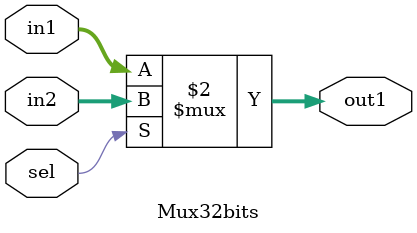
<source format=sv>
module Mux32bits (
    input [31:0]    in1, in2,
    input           sel,
    output [31:0]   out1
);

    assign out1 = ~sel ? in1 : in2;
    
endmodule
</source>
